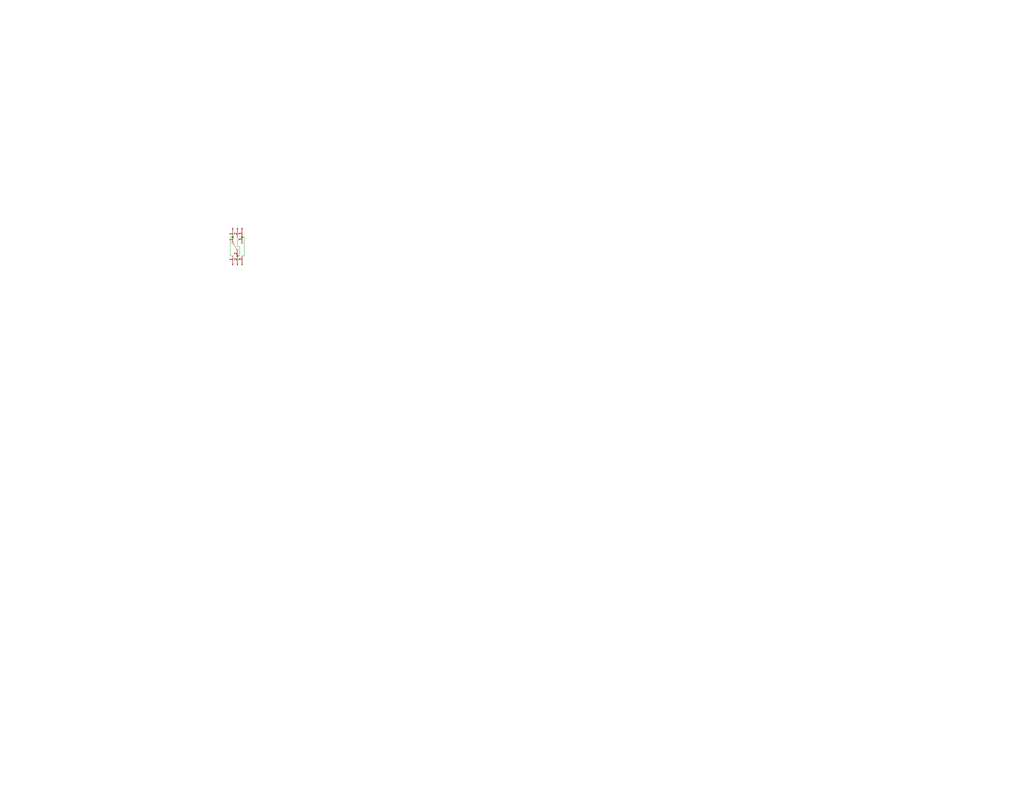
<source format=kicad_sch>
(kicad_sch (version 20230121) (generator eeschema)
  (paper "C")
  (title_block (title "<pcb-module>") (date "2022-10-29") (rev "1.0") (company "16-Bit Computer From Scratch") (comment 1 "Adam Clark (@eryjus)"))
  (lib_symbols
    (symbol "Connector:Conn_01x03_Pin" (pin_names (offset 1.016) hide)
      (property "Reference" "J" (at 0 5.08 0))
      (property "Value" "Conn_01x03_Pin" (at 0 -5.08 0))
      (symbol "Conn_01x03_Pin_1_1"
        (polyline (pts (xy 1.27 -2.54) (xy 0.8636 -2.54)) (stroke (width 0.1524)))
        (polyline (pts (xy 1.27 0) (xy 0.8636 0)) (stroke (width 0.1524)))
        (polyline (pts (xy 1.27 2.54) (xy 0.8636 2.54)) (stroke (width 0.1524)))
        (rectangle (start 0.8636 -2.413) (end 0 -2.667) (stroke (width 0.1524)) (fill (type outline)))
        (rectangle (start 0.8636 0.127) (end 0 -0.127) (stroke (width 0.1524)) (fill (type outline)))
        (rectangle (start 0.8636 2.667) (end 0 2.413) (stroke (width 0.1524)) (fill (type outline)))
        (pin passive line (at 5.08 2.54 180) (length 3.81) (name "Pin_1") (number "1"))
        (pin passive line (at 5.08 0 180) (length 3.81) (name "Pin_2") (number "2"))
        (pin passive line (at 5.08 -2.54 180) (length 3.81) (name "Pin_3") (number "3"))
      )
    )
    (symbol "Switch:SW_SPDT" (pin_names (offset 0) hide)
      (property "Reference" "SW" (at 0 4.318 0))
      (property "Value" "SW_SPDT" (at 0 -5.08 0))
      (symbol "SW_SPDT_0_0"
        (circle (center -2.032 0) (radius 0.508))
        (circle (center 2.032 -2.54) (radius 0.508))
      )
      (symbol "SW_SPDT_0_1"
        (polyline (pts (xy -1.524 0.254) (xy 1.651 2.286)))
        (circle (center 2.032 2.54) (radius 0.508))
      )
      (symbol "SW_SPDT_1_1"
        (pin passive line (at 5.08 2.54 180) (length 2.54) (name "A") (number "1"))
        (pin passive line (at -5.08 0 0) (length 2.54) (name "B") (number "2"))
        (pin passive line (at 5.08 -2.54 180) (length 2.54) (name "C") (number "3"))
      )
    )
  )
  (junction (at 132.08 129.54))
  (junction (at 127 129.54))
  (junction (at 129.54 139.7))
  (wire (pts (xy 130.81 134.62) (xy 130.81 139.7)))
  (wire (pts (xy 133.35 139.7) (xy 133.35 129.54)))
  (wire (pts (xy 125.73 139.7) (xy 125.73 129.54)))
  (wire (pts (xy 129.54 139.7) (xy 130.81 139.7)))
  (wire (pts (xy 125.73 129.54) (xy 127 129.54)))
  (wire (pts (xy 132.08 139.7) (xy 133.35 139.7)))
  (wire (pts (xy 129.54 129.54) (xy 129.54 134.62)))
  (wire (pts (xy 129.54 134.62) (xy 130.81 134.62)))
  (wire (pts (xy 127 139.7) (xy 125.73 139.7)))
  (wire (pts (xy 133.35 129.54) (xy 132.08 129.54)))
  (symbol (lib_id "Connector:Conn_01x03_Pin") (at 129.54 124.46 90) (mirror x) (unit 1)
    (property "Reference" "J1" (effects hide))
    (property "Value" "Conn_01x03_Pin" (effects hide))
    (property "Footprint" "Connector_PinHeader_2.54mm:PinHeader_1x03_P2.54mm_Vertical" (effects hide))
  )
  (symbol (lib_id "Connector:Conn_01x03_Pin") (at 129.54 144.78 90) (unit 1)
    (property "Reference" "J2" (effects hide))
    (property "Value" "Conn_01x03_Pin" (effects hide))
    (property "Footprint" "Connector_PinHeader_2.54mm:PinHeader_1x03_P2.54mm_Vertical" (effects hide))
  )
  (symbol (lib_id "Switch:SW_SPDT") (at 129.54 134.62 90) (unit 1)
    (property "Reference" "SW1" (effects hide))
    (property "Value" "SW_SPDT" (effects hide))
    (property "Footprint" "eryjus:Microswitch-LXW-5-1-2" (effects hide))
  )
)
</source>
